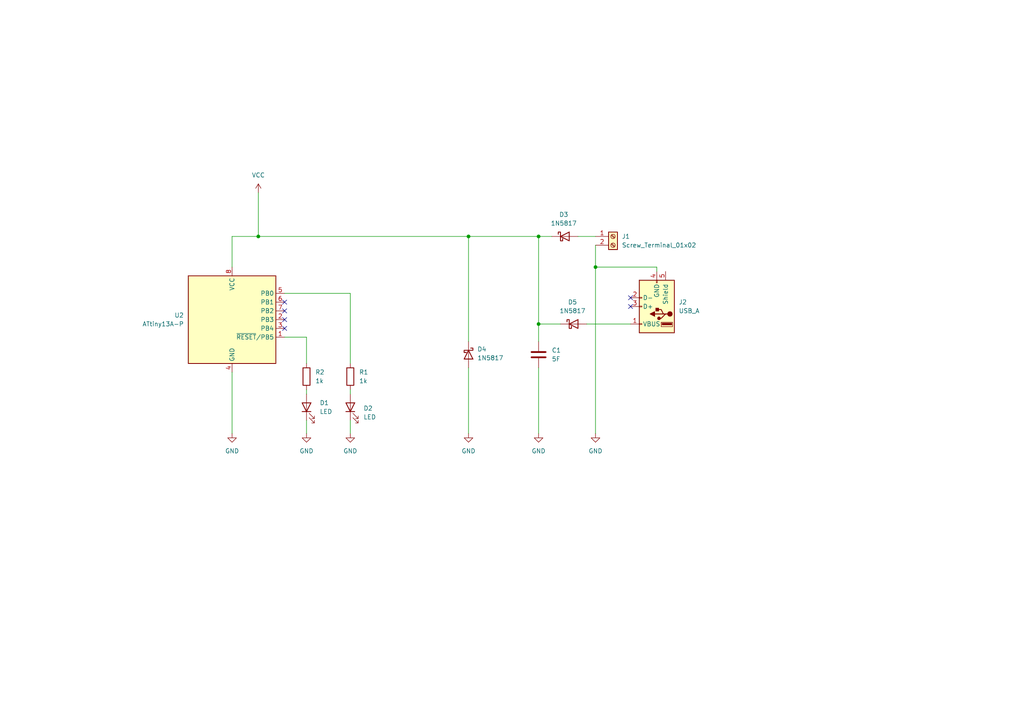
<source format=kicad_sch>
(kicad_sch (version 20230121) (generator eeschema)

  (uuid d36843e3-d454-4478-9a0f-7222db710772)

  (paper "A4")

  (lib_symbols
    (symbol "Connector:Screw_Terminal_01x02" (pin_names (offset 1.016) hide) (in_bom yes) (on_board yes)
      (property "Reference" "J" (at 0 2.54 0)
        (effects (font (size 1.27 1.27)))
      )
      (property "Value" "Screw_Terminal_01x02" (at 0 -5.08 0)
        (effects (font (size 1.27 1.27)))
      )
      (property "Footprint" "" (at 0 0 0)
        (effects (font (size 1.27 1.27)) hide)
      )
      (property "Datasheet" "~" (at 0 0 0)
        (effects (font (size 1.27 1.27)) hide)
      )
      (property "ki_keywords" "screw terminal" (at 0 0 0)
        (effects (font (size 1.27 1.27)) hide)
      )
      (property "ki_description" "Generic screw terminal, single row, 01x02, script generated (kicad-library-utils/schlib/autogen/connector/)" (at 0 0 0)
        (effects (font (size 1.27 1.27)) hide)
      )
      (property "ki_fp_filters" "TerminalBlock*:*" (at 0 0 0)
        (effects (font (size 1.27 1.27)) hide)
      )
      (symbol "Screw_Terminal_01x02_1_1"
        (rectangle (start -1.27 1.27) (end 1.27 -3.81)
          (stroke (width 0.254) (type default))
          (fill (type background))
        )
        (circle (center 0 -2.54) (radius 0.635)
          (stroke (width 0.1524) (type default))
          (fill (type none))
        )
        (polyline
          (pts
            (xy -0.5334 -2.2098)
            (xy 0.3302 -3.048)
          )
          (stroke (width 0.1524) (type default))
          (fill (type none))
        )
        (polyline
          (pts
            (xy -0.5334 0.3302)
            (xy 0.3302 -0.508)
          )
          (stroke (width 0.1524) (type default))
          (fill (type none))
        )
        (polyline
          (pts
            (xy -0.3556 -2.032)
            (xy 0.508 -2.8702)
          )
          (stroke (width 0.1524) (type default))
          (fill (type none))
        )
        (polyline
          (pts
            (xy -0.3556 0.508)
            (xy 0.508 -0.3302)
          )
          (stroke (width 0.1524) (type default))
          (fill (type none))
        )
        (circle (center 0 0) (radius 0.635)
          (stroke (width 0.1524) (type default))
          (fill (type none))
        )
        (pin passive line (at -5.08 0 0) (length 3.81)
          (name "Pin_1" (effects (font (size 1.27 1.27))))
          (number "1" (effects (font (size 1.27 1.27))))
        )
        (pin passive line (at -5.08 -2.54 0) (length 3.81)
          (name "Pin_2" (effects (font (size 1.27 1.27))))
          (number "2" (effects (font (size 1.27 1.27))))
        )
      )
    )
    (symbol "Connector:USB_A" (pin_names (offset 1.016)) (in_bom yes) (on_board yes)
      (property "Reference" "J" (at -5.08 11.43 0)
        (effects (font (size 1.27 1.27)) (justify left))
      )
      (property "Value" "USB_A" (at -5.08 8.89 0)
        (effects (font (size 1.27 1.27)) (justify left))
      )
      (property "Footprint" "" (at 3.81 -1.27 0)
        (effects (font (size 1.27 1.27)) hide)
      )
      (property "Datasheet" " ~" (at 3.81 -1.27 0)
        (effects (font (size 1.27 1.27)) hide)
      )
      (property "ki_keywords" "connector USB" (at 0 0 0)
        (effects (font (size 1.27 1.27)) hide)
      )
      (property "ki_description" "USB Type A connector" (at 0 0 0)
        (effects (font (size 1.27 1.27)) hide)
      )
      (property "ki_fp_filters" "USB*" (at 0 0 0)
        (effects (font (size 1.27 1.27)) hide)
      )
      (symbol "USB_A_0_1"
        (rectangle (start -5.08 -7.62) (end 5.08 7.62)
          (stroke (width 0.254) (type default))
          (fill (type background))
        )
        (circle (center -3.81 2.159) (radius 0.635)
          (stroke (width 0.254) (type default))
          (fill (type outline))
        )
        (rectangle (start -1.524 4.826) (end -4.318 5.334)
          (stroke (width 0) (type default))
          (fill (type outline))
        )
        (rectangle (start -1.27 4.572) (end -4.572 5.842)
          (stroke (width 0) (type default))
          (fill (type none))
        )
        (circle (center -0.635 3.429) (radius 0.381)
          (stroke (width 0.254) (type default))
          (fill (type outline))
        )
        (rectangle (start -0.127 -7.62) (end 0.127 -6.858)
          (stroke (width 0) (type default))
          (fill (type none))
        )
        (polyline
          (pts
            (xy -3.175 2.159)
            (xy -2.54 2.159)
            (xy -1.27 3.429)
            (xy -0.635 3.429)
          )
          (stroke (width 0.254) (type default))
          (fill (type none))
        )
        (polyline
          (pts
            (xy -2.54 2.159)
            (xy -1.905 2.159)
            (xy -1.27 0.889)
            (xy 0 0.889)
          )
          (stroke (width 0.254) (type default))
          (fill (type none))
        )
        (polyline
          (pts
            (xy 0.635 2.794)
            (xy 0.635 1.524)
            (xy 1.905 2.159)
            (xy 0.635 2.794)
          )
          (stroke (width 0.254) (type default))
          (fill (type outline))
        )
        (rectangle (start 0.254 1.27) (end -0.508 0.508)
          (stroke (width 0.254) (type default))
          (fill (type outline))
        )
        (rectangle (start 5.08 -2.667) (end 4.318 -2.413)
          (stroke (width 0) (type default))
          (fill (type none))
        )
        (rectangle (start 5.08 -0.127) (end 4.318 0.127)
          (stroke (width 0) (type default))
          (fill (type none))
        )
        (rectangle (start 5.08 4.953) (end 4.318 5.207)
          (stroke (width 0) (type default))
          (fill (type none))
        )
      )
      (symbol "USB_A_1_1"
        (polyline
          (pts
            (xy -1.905 2.159)
            (xy 0.635 2.159)
          )
          (stroke (width 0.254) (type default))
          (fill (type none))
        )
        (pin power_in line (at 7.62 5.08 180) (length 2.54)
          (name "VBUS" (effects (font (size 1.27 1.27))))
          (number "1" (effects (font (size 1.27 1.27))))
        )
        (pin bidirectional line (at 7.62 -2.54 180) (length 2.54)
          (name "D-" (effects (font (size 1.27 1.27))))
          (number "2" (effects (font (size 1.27 1.27))))
        )
        (pin bidirectional line (at 7.62 0 180) (length 2.54)
          (name "D+" (effects (font (size 1.27 1.27))))
          (number "3" (effects (font (size 1.27 1.27))))
        )
        (pin power_in line (at 0 -10.16 90) (length 2.54)
          (name "GND" (effects (font (size 1.27 1.27))))
          (number "4" (effects (font (size 1.27 1.27))))
        )
        (pin passive line (at -2.54 -10.16 90) (length 2.54)
          (name "Shield" (effects (font (size 1.27 1.27))))
          (number "5" (effects (font (size 1.27 1.27))))
        )
      )
    )
    (symbol "Device:C" (pin_numbers hide) (pin_names (offset 0.254)) (in_bom yes) (on_board yes)
      (property "Reference" "C" (at 0.635 2.54 0)
        (effects (font (size 1.27 1.27)) (justify left))
      )
      (property "Value" "C" (at 0.635 -2.54 0)
        (effects (font (size 1.27 1.27)) (justify left))
      )
      (property "Footprint" "" (at 0.9652 -3.81 0)
        (effects (font (size 1.27 1.27)) hide)
      )
      (property "Datasheet" "~" (at 0 0 0)
        (effects (font (size 1.27 1.27)) hide)
      )
      (property "ki_keywords" "cap capacitor" (at 0 0 0)
        (effects (font (size 1.27 1.27)) hide)
      )
      (property "ki_description" "Unpolarized capacitor" (at 0 0 0)
        (effects (font (size 1.27 1.27)) hide)
      )
      (property "ki_fp_filters" "C_*" (at 0 0 0)
        (effects (font (size 1.27 1.27)) hide)
      )
      (symbol "C_0_1"
        (polyline
          (pts
            (xy -2.032 -0.762)
            (xy 2.032 -0.762)
          )
          (stroke (width 0.508) (type default))
          (fill (type none))
        )
        (polyline
          (pts
            (xy -2.032 0.762)
            (xy 2.032 0.762)
          )
          (stroke (width 0.508) (type default))
          (fill (type none))
        )
      )
      (symbol "C_1_1"
        (pin passive line (at 0 3.81 270) (length 2.794)
          (name "~" (effects (font (size 1.27 1.27))))
          (number "1" (effects (font (size 1.27 1.27))))
        )
        (pin passive line (at 0 -3.81 90) (length 2.794)
          (name "~" (effects (font (size 1.27 1.27))))
          (number "2" (effects (font (size 1.27 1.27))))
        )
      )
    )
    (symbol "Device:LED" (pin_numbers hide) (pin_names (offset 1.016) hide) (in_bom yes) (on_board yes)
      (property "Reference" "D" (at 0 2.54 0)
        (effects (font (size 1.27 1.27)))
      )
      (property "Value" "LED" (at 0 -2.54 0)
        (effects (font (size 1.27 1.27)))
      )
      (property "Footprint" "" (at 0 0 0)
        (effects (font (size 1.27 1.27)) hide)
      )
      (property "Datasheet" "~" (at 0 0 0)
        (effects (font (size 1.27 1.27)) hide)
      )
      (property "ki_keywords" "LED diode" (at 0 0 0)
        (effects (font (size 1.27 1.27)) hide)
      )
      (property "ki_description" "Light emitting diode" (at 0 0 0)
        (effects (font (size 1.27 1.27)) hide)
      )
      (property "ki_fp_filters" "LED* LED_SMD:* LED_THT:*" (at 0 0 0)
        (effects (font (size 1.27 1.27)) hide)
      )
      (symbol "LED_0_1"
        (polyline
          (pts
            (xy -1.27 -1.27)
            (xy -1.27 1.27)
          )
          (stroke (width 0.254) (type default))
          (fill (type none))
        )
        (polyline
          (pts
            (xy -1.27 0)
            (xy 1.27 0)
          )
          (stroke (width 0) (type default))
          (fill (type none))
        )
        (polyline
          (pts
            (xy 1.27 -1.27)
            (xy 1.27 1.27)
            (xy -1.27 0)
            (xy 1.27 -1.27)
          )
          (stroke (width 0.254) (type default))
          (fill (type none))
        )
        (polyline
          (pts
            (xy -3.048 -0.762)
            (xy -4.572 -2.286)
            (xy -3.81 -2.286)
            (xy -4.572 -2.286)
            (xy -4.572 -1.524)
          )
          (stroke (width 0) (type default))
          (fill (type none))
        )
        (polyline
          (pts
            (xy -1.778 -0.762)
            (xy -3.302 -2.286)
            (xy -2.54 -2.286)
            (xy -3.302 -2.286)
            (xy -3.302 -1.524)
          )
          (stroke (width 0) (type default))
          (fill (type none))
        )
      )
      (symbol "LED_1_1"
        (pin passive line (at -3.81 0 0) (length 2.54)
          (name "K" (effects (font (size 1.27 1.27))))
          (number "1" (effects (font (size 1.27 1.27))))
        )
        (pin passive line (at 3.81 0 180) (length 2.54)
          (name "A" (effects (font (size 1.27 1.27))))
          (number "2" (effects (font (size 1.27 1.27))))
        )
      )
    )
    (symbol "Device:R" (pin_numbers hide) (pin_names (offset 0)) (in_bom yes) (on_board yes)
      (property "Reference" "R" (at 2.032 0 90)
        (effects (font (size 1.27 1.27)))
      )
      (property "Value" "R" (at 0 0 90)
        (effects (font (size 1.27 1.27)))
      )
      (property "Footprint" "" (at -1.778 0 90)
        (effects (font (size 1.27 1.27)) hide)
      )
      (property "Datasheet" "~" (at 0 0 0)
        (effects (font (size 1.27 1.27)) hide)
      )
      (property "ki_keywords" "R res resistor" (at 0 0 0)
        (effects (font (size 1.27 1.27)) hide)
      )
      (property "ki_description" "Resistor" (at 0 0 0)
        (effects (font (size 1.27 1.27)) hide)
      )
      (property "ki_fp_filters" "R_*" (at 0 0 0)
        (effects (font (size 1.27 1.27)) hide)
      )
      (symbol "R_0_1"
        (rectangle (start -1.016 -2.54) (end 1.016 2.54)
          (stroke (width 0.254) (type default))
          (fill (type none))
        )
      )
      (symbol "R_1_1"
        (pin passive line (at 0 3.81 270) (length 1.27)
          (name "~" (effects (font (size 1.27 1.27))))
          (number "1" (effects (font (size 1.27 1.27))))
        )
        (pin passive line (at 0 -3.81 90) (length 1.27)
          (name "~" (effects (font (size 1.27 1.27))))
          (number "2" (effects (font (size 1.27 1.27))))
        )
      )
    )
    (symbol "Diode:1N5817" (pin_numbers hide) (pin_names (offset 1.016) hide) (in_bom yes) (on_board yes)
      (property "Reference" "D" (at 0 2.54 0)
        (effects (font (size 1.27 1.27)))
      )
      (property "Value" "1N5817" (at 0 -2.54 0)
        (effects (font (size 1.27 1.27)))
      )
      (property "Footprint" "Diode_THT:D_DO-41_SOD81_P10.16mm_Horizontal" (at 0 -4.445 0)
        (effects (font (size 1.27 1.27)) hide)
      )
      (property "Datasheet" "http://www.vishay.com/docs/88525/1n5817.pdf" (at 0 0 0)
        (effects (font (size 1.27 1.27)) hide)
      )
      (property "ki_keywords" "diode Schottky" (at 0 0 0)
        (effects (font (size 1.27 1.27)) hide)
      )
      (property "ki_description" "20V 1A Schottky Barrier Rectifier Diode, DO-41" (at 0 0 0)
        (effects (font (size 1.27 1.27)) hide)
      )
      (property "ki_fp_filters" "D*DO?41*" (at 0 0 0)
        (effects (font (size 1.27 1.27)) hide)
      )
      (symbol "1N5817_0_1"
        (polyline
          (pts
            (xy 1.27 0)
            (xy -1.27 0)
          )
          (stroke (width 0) (type default))
          (fill (type none))
        )
        (polyline
          (pts
            (xy 1.27 1.27)
            (xy 1.27 -1.27)
            (xy -1.27 0)
            (xy 1.27 1.27)
          )
          (stroke (width 0.254) (type default))
          (fill (type none))
        )
        (polyline
          (pts
            (xy -1.905 0.635)
            (xy -1.905 1.27)
            (xy -1.27 1.27)
            (xy -1.27 -1.27)
            (xy -0.635 -1.27)
            (xy -0.635 -0.635)
          )
          (stroke (width 0.254) (type default))
          (fill (type none))
        )
      )
      (symbol "1N5817_1_1"
        (pin passive line (at -3.81 0 0) (length 2.54)
          (name "K" (effects (font (size 1.27 1.27))))
          (number "1" (effects (font (size 1.27 1.27))))
        )
        (pin passive line (at 3.81 0 180) (length 2.54)
          (name "A" (effects (font (size 1.27 1.27))))
          (number "2" (effects (font (size 1.27 1.27))))
        )
      )
    )
    (symbol "MCU_Microchip_ATtiny:ATtiny13A-P" (in_bom yes) (on_board yes)
      (property "Reference" "U" (at -12.7 13.97 0)
        (effects (font (size 1.27 1.27)) (justify left bottom))
      )
      (property "Value" "ATtiny13A-P" (at 2.54 -13.97 0)
        (effects (font (size 1.27 1.27)) (justify left top))
      )
      (property "Footprint" "Package_DIP:DIP-8_W7.62mm" (at 0 0 0)
        (effects (font (size 1.27 1.27) italic) hide)
      )
      (property "Datasheet" "http://ww1.microchip.com/downloads/en/DeviceDoc/doc8126.pdf" (at 0 0 0)
        (effects (font (size 1.27 1.27)) hide)
      )
      (property "ki_keywords" "AVR 8bit Microcontroller tinyAVR" (at 0 0 0)
        (effects (font (size 1.27 1.27)) hide)
      )
      (property "ki_description" "20MHz, 1kB Flash, 64B SRAM, 64B EEPROM, debugWIRE, DIP-8" (at 0 0 0)
        (effects (font (size 1.27 1.27)) hide)
      )
      (property "ki_fp_filters" "DIP*W7.62mm*" (at 0 0 0)
        (effects (font (size 1.27 1.27)) hide)
      )
      (symbol "ATtiny13A-P_0_1"
        (rectangle (start -12.7 -12.7) (end 12.7 12.7)
          (stroke (width 0.254) (type default))
          (fill (type background))
        )
      )
      (symbol "ATtiny13A-P_1_1"
        (pin bidirectional line (at 15.24 -5.08 180) (length 2.54)
          (name "~{RESET}/PB5" (effects (font (size 1.27 1.27))))
          (number "1" (effects (font (size 1.27 1.27))))
        )
        (pin bidirectional line (at 15.24 0 180) (length 2.54)
          (name "PB3" (effects (font (size 1.27 1.27))))
          (number "2" (effects (font (size 1.27 1.27))))
        )
        (pin bidirectional line (at 15.24 -2.54 180) (length 2.54)
          (name "PB4" (effects (font (size 1.27 1.27))))
          (number "3" (effects (font (size 1.27 1.27))))
        )
        (pin power_in line (at 0 -15.24 90) (length 2.54)
          (name "GND" (effects (font (size 1.27 1.27))))
          (number "4" (effects (font (size 1.27 1.27))))
        )
        (pin bidirectional line (at 15.24 7.62 180) (length 2.54)
          (name "PB0" (effects (font (size 1.27 1.27))))
          (number "5" (effects (font (size 1.27 1.27))))
        )
        (pin bidirectional line (at 15.24 5.08 180) (length 2.54)
          (name "PB1" (effects (font (size 1.27 1.27))))
          (number "6" (effects (font (size 1.27 1.27))))
        )
        (pin bidirectional line (at 15.24 2.54 180) (length 2.54)
          (name "PB2" (effects (font (size 1.27 1.27))))
          (number "7" (effects (font (size 1.27 1.27))))
        )
        (pin power_in line (at 0 15.24 270) (length 2.54)
          (name "VCC" (effects (font (size 1.27 1.27))))
          (number "8" (effects (font (size 1.27 1.27))))
        )
      )
    )
    (symbol "power:GND" (power) (pin_names (offset 0)) (in_bom yes) (on_board yes)
      (property "Reference" "#PWR" (at 0 -6.35 0)
        (effects (font (size 1.27 1.27)) hide)
      )
      (property "Value" "GND" (at 0 -3.81 0)
        (effects (font (size 1.27 1.27)))
      )
      (property "Footprint" "" (at 0 0 0)
        (effects (font (size 1.27 1.27)) hide)
      )
      (property "Datasheet" "" (at 0 0 0)
        (effects (font (size 1.27 1.27)) hide)
      )
      (property "ki_keywords" "global power" (at 0 0 0)
        (effects (font (size 1.27 1.27)) hide)
      )
      (property "ki_description" "Power symbol creates a global label with name \"GND\" , ground" (at 0 0 0)
        (effects (font (size 1.27 1.27)) hide)
      )
      (symbol "GND_0_1"
        (polyline
          (pts
            (xy 0 0)
            (xy 0 -1.27)
            (xy 1.27 -1.27)
            (xy 0 -2.54)
            (xy -1.27 -1.27)
            (xy 0 -1.27)
          )
          (stroke (width 0) (type default))
          (fill (type none))
        )
      )
      (symbol "GND_1_1"
        (pin power_in line (at 0 0 270) (length 0) hide
          (name "GND" (effects (font (size 1.27 1.27))))
          (number "1" (effects (font (size 1.27 1.27))))
        )
      )
    )
    (symbol "power:VCC" (power) (pin_names (offset 0)) (in_bom yes) (on_board yes)
      (property "Reference" "#PWR" (at 0 -3.81 0)
        (effects (font (size 1.27 1.27)) hide)
      )
      (property "Value" "VCC" (at 0 3.81 0)
        (effects (font (size 1.27 1.27)))
      )
      (property "Footprint" "" (at 0 0 0)
        (effects (font (size 1.27 1.27)) hide)
      )
      (property "Datasheet" "" (at 0 0 0)
        (effects (font (size 1.27 1.27)) hide)
      )
      (property "ki_keywords" "global power" (at 0 0 0)
        (effects (font (size 1.27 1.27)) hide)
      )
      (property "ki_description" "Power symbol creates a global label with name \"VCC\"" (at 0 0 0)
        (effects (font (size 1.27 1.27)) hide)
      )
      (symbol "VCC_0_1"
        (polyline
          (pts
            (xy -0.762 1.27)
            (xy 0 2.54)
          )
          (stroke (width 0) (type default))
          (fill (type none))
        )
        (polyline
          (pts
            (xy 0 0)
            (xy 0 2.54)
          )
          (stroke (width 0) (type default))
          (fill (type none))
        )
        (polyline
          (pts
            (xy 0 2.54)
            (xy 0.762 1.27)
          )
          (stroke (width 0) (type default))
          (fill (type none))
        )
      )
      (symbol "VCC_1_1"
        (pin power_in line (at 0 0 90) (length 0) hide
          (name "VCC" (effects (font (size 1.27 1.27))))
          (number "1" (effects (font (size 1.27 1.27))))
        )
      )
    )
  )

  (junction (at 74.93 68.58) (diameter 0) (color 0 0 0 0)
    (uuid 61d3286c-12b7-4759-ae7b-e596f66749c7)
  )
  (junction (at 135.89 68.58) (diameter 0) (color 0 0 0 0)
    (uuid 87cc268c-808b-43df-8216-3bd236ac428f)
  )
  (junction (at 156.21 68.58) (diameter 0) (color 0 0 0 0)
    (uuid 974bddec-17e9-4f4c-9543-f61d315212e4)
  )
  (junction (at 156.21 93.98) (diameter 0) (color 0 0 0 0)
    (uuid a8c2a4a1-b167-430f-87f6-3867cf2c4fb1)
  )
  (junction (at 172.72 77.47) (diameter 0) (color 0 0 0 0)
    (uuid da435af8-d3b5-497b-9090-368c2e1b9e80)
  )

  (no_connect (at 82.55 95.25) (uuid 0179c5fe-86b4-4fcd-8d67-ad42fb55ba2e))
  (no_connect (at 182.88 88.9) (uuid 12740b3d-203b-4760-825a-567ab44c5d65))
  (no_connect (at 82.55 92.71) (uuid 3355c85d-e266-4a84-9f78-7edd055ab761))
  (no_connect (at 182.88 86.36) (uuid 3c465400-14b1-4223-ab56-9e2e0ff6b8c5))
  (no_connect (at 82.55 90.17) (uuid 7d93ccd0-eea0-4d69-af71-bcf510000859))
  (no_connect (at 82.55 87.63) (uuid e7d39370-de00-4e30-a147-0a7c29697b61))

  (wire (pts (xy 74.93 55.88) (xy 74.93 68.58))
    (stroke (width 0) (type default))
    (uuid 01755548-5853-4c8c-899d-c762d6ae5af1)
  )
  (wire (pts (xy 167.64 68.58) (xy 172.72 68.58))
    (stroke (width 0) (type default))
    (uuid 0933ab22-7948-4b5b-a85d-e1ba6a19fdad)
  )
  (wire (pts (xy 67.31 68.58) (xy 67.31 77.47))
    (stroke (width 0) (type default))
    (uuid 0be14b74-1fca-4665-bb7f-62d67d76c4ef)
  )
  (wire (pts (xy 82.55 97.79) (xy 88.9 97.79))
    (stroke (width 0) (type default))
    (uuid 0ca7161f-e59c-42ce-bc38-84be26ad7388)
  )
  (wire (pts (xy 190.5 78.74) (xy 190.5 77.47))
    (stroke (width 0) (type default))
    (uuid 10223a13-0256-4235-b839-ff7f0dbeb6de)
  )
  (wire (pts (xy 160.02 68.58) (xy 156.21 68.58))
    (stroke (width 0) (type default))
    (uuid 10abb53d-ac71-4cbb-bfc3-d2d4cb8c948f)
  )
  (wire (pts (xy 88.9 97.79) (xy 88.9 105.41))
    (stroke (width 0) (type default))
    (uuid 113832e0-d871-459c-a6fb-dbe33805df85)
  )
  (wire (pts (xy 156.21 68.58) (xy 156.21 93.98))
    (stroke (width 0) (type default))
    (uuid 1fa5ad59-bc33-42ec-9389-aa90b2c4feba)
  )
  (wire (pts (xy 101.6 121.92) (xy 101.6 125.73))
    (stroke (width 0) (type default))
    (uuid 2533fb00-9aff-4347-8691-5d186dea8bf1)
  )
  (wire (pts (xy 190.5 77.47) (xy 172.72 77.47))
    (stroke (width 0) (type default))
    (uuid 28db57f7-3992-407f-a011-78143dd8225e)
  )
  (wire (pts (xy 135.89 106.68) (xy 135.89 125.73))
    (stroke (width 0) (type default))
    (uuid 4c6dfb25-0e21-43c8-a655-572933af58de)
  )
  (wire (pts (xy 135.89 68.58) (xy 135.89 99.06))
    (stroke (width 0) (type default))
    (uuid 4faf9fc7-7697-420c-87aa-4343b6cb6051)
  )
  (wire (pts (xy 101.6 113.03) (xy 101.6 114.3))
    (stroke (width 0) (type default))
    (uuid 5aa7f1a5-caee-429a-aaed-6d0b0737e533)
  )
  (wire (pts (xy 101.6 105.41) (xy 101.6 85.09))
    (stroke (width 0) (type default))
    (uuid 74c05fa6-876b-42ee-bcb8-06b9cadb4956)
  )
  (wire (pts (xy 172.72 71.12) (xy 172.72 77.47))
    (stroke (width 0) (type default))
    (uuid 7bf0f607-6143-4053-bee5-07351a6a4c04)
  )
  (wire (pts (xy 170.18 93.98) (xy 182.88 93.98))
    (stroke (width 0) (type default))
    (uuid 8e26af5c-c56d-4b30-afb9-9af2cb68f28d)
  )
  (wire (pts (xy 101.6 85.09) (xy 82.55 85.09))
    (stroke (width 0) (type default))
    (uuid 8f014919-db05-448f-ae23-1fd95e163d5d)
  )
  (wire (pts (xy 172.72 77.47) (xy 172.72 125.73))
    (stroke (width 0) (type default))
    (uuid 9932273b-fdf3-48d9-ba6b-624c50f8a70f)
  )
  (wire (pts (xy 156.21 93.98) (xy 162.56 93.98))
    (stroke (width 0) (type default))
    (uuid 9df47f0c-f443-4316-b50b-19fc3a44ec95)
  )
  (wire (pts (xy 156.21 106.68) (xy 156.21 125.73))
    (stroke (width 0) (type default))
    (uuid a3588ca5-c483-498e-9e1f-a1621d8acf44)
  )
  (wire (pts (xy 88.9 121.92) (xy 88.9 125.73))
    (stroke (width 0) (type default))
    (uuid a5ae3ae1-2cbf-4bcf-b719-6037ee2a5a9f)
  )
  (wire (pts (xy 156.21 93.98) (xy 156.21 99.06))
    (stroke (width 0) (type default))
    (uuid a5f36dae-1c35-47a4-9f4b-fe9fba474696)
  )
  (wire (pts (xy 156.21 68.58) (xy 135.89 68.58))
    (stroke (width 0) (type default))
    (uuid b6e82538-f0e5-45c3-81ae-eabdafb031f2)
  )
  (wire (pts (xy 88.9 113.03) (xy 88.9 114.3))
    (stroke (width 0) (type default))
    (uuid cbd4f98d-e922-4621-9ece-e662ae7277c7)
  )
  (wire (pts (xy 67.31 107.95) (xy 67.31 125.73))
    (stroke (width 0) (type default))
    (uuid ce4d5f96-f61f-419c-a27c-26eeee1c49de)
  )
  (wire (pts (xy 135.89 68.58) (xy 74.93 68.58))
    (stroke (width 0) (type default))
    (uuid eff65e8e-ff19-499d-b849-865c2e5bebe5)
  )
  (wire (pts (xy 74.93 68.58) (xy 67.31 68.58))
    (stroke (width 0) (type default))
    (uuid f61c56df-1e3e-40db-8bf9-36756997cb89)
  )

  (symbol (lib_id "power:GND") (at 88.9 125.73 0) (unit 1)
    (in_bom yes) (on_board yes) (dnp no) (fields_autoplaced)
    (uuid 16ebf8d6-ffac-4f9c-8716-6decb0c988f7)
    (property "Reference" "#PWR04" (at 88.9 132.08 0)
      (effects (font (size 1.27 1.27)) hide)
    )
    (property "Value" "GND" (at 88.9 130.81 0)
      (effects (font (size 1.27 1.27)))
    )
    (property "Footprint" "" (at 88.9 125.73 0)
      (effects (font (size 1.27 1.27)) hide)
    )
    (property "Datasheet" "" (at 88.9 125.73 0)
      (effects (font (size 1.27 1.27)) hide)
    )
    (pin "1" (uuid 51f0f3a2-c8b3-44ff-897f-499e5e0c6d68))
    (instances
      (project "Supercapacitor_V0"
        (path "/d36843e3-d454-4478-9a0f-7222db710772"
          (reference "#PWR04") (unit 1)
        )
      )
    )
  )

  (symbol (lib_id "Device:R") (at 88.9 109.22 0) (unit 1)
    (in_bom yes) (on_board yes) (dnp no) (fields_autoplaced)
    (uuid 1993184b-5f7d-437a-be1c-8f8bd6b3d3e1)
    (property "Reference" "R2" (at 91.44 107.95 0)
      (effects (font (size 1.27 1.27)) (justify left))
    )
    (property "Value" "1k" (at 91.44 110.49 0)
      (effects (font (size 1.27 1.27)) (justify left))
    )
    (property "Footprint" "Resistor_THT:R_Axial_DIN0204_L3.6mm_D1.6mm_P5.08mm_Horizontal" (at 87.122 109.22 90)
      (effects (font (size 1.27 1.27)) hide)
    )
    (property "Datasheet" "~" (at 88.9 109.22 0)
      (effects (font (size 1.27 1.27)) hide)
    )
    (pin "1" (uuid 18fb99d2-138b-415e-b124-2b3335a90ff8))
    (pin "2" (uuid fe396868-eb21-46c7-8715-6efe11dbf7a7))
    (instances
      (project "Supercapacitor_V0"
        (path "/d36843e3-d454-4478-9a0f-7222db710772"
          (reference "R2") (unit 1)
        )
      )
    )
  )

  (symbol (lib_id "Device:C") (at 156.21 102.87 0) (unit 1)
    (in_bom yes) (on_board yes) (dnp no) (fields_autoplaced)
    (uuid 339a5d84-8acf-4300-8df8-3d445faaf25b)
    (property "Reference" "C1" (at 160.02 101.6 0)
      (effects (font (size 1.27 1.27)) (justify left))
    )
    (property "Value" "5F" (at 160.02 104.14 0)
      (effects (font (size 1.27 1.27)) (justify left))
    )
    (property "Footprint" "Capacitor_THT:C_Radial_D8.0mm_H11.5mm_P3.50mm" (at 157.1752 106.68 0)
      (effects (font (size 1.27 1.27)) hide)
    )
    (property "Datasheet" "~" (at 156.21 102.87 0)
      (effects (font (size 1.27 1.27)) hide)
    )
    (pin "1" (uuid 3f3e0cf3-9b47-4c91-bd3d-22d468f17795))
    (pin "2" (uuid 13bcf894-f42b-44cb-a239-eedfc286707f))
    (instances
      (project "Supercapacitor_V0"
        (path "/d36843e3-d454-4478-9a0f-7222db710772"
          (reference "C1") (unit 1)
        )
      )
    )
  )

  (symbol (lib_id "power:GND") (at 67.31 125.73 0) (unit 1)
    (in_bom yes) (on_board yes) (dnp no) (fields_autoplaced)
    (uuid 46bcdecf-33a5-4b83-83b1-eee2e5673667)
    (property "Reference" "#PWR02" (at 67.31 132.08 0)
      (effects (font (size 1.27 1.27)) hide)
    )
    (property "Value" "GND" (at 67.31 130.81 0)
      (effects (font (size 1.27 1.27)))
    )
    (property "Footprint" "" (at 67.31 125.73 0)
      (effects (font (size 1.27 1.27)) hide)
    )
    (property "Datasheet" "" (at 67.31 125.73 0)
      (effects (font (size 1.27 1.27)) hide)
    )
    (pin "1" (uuid 96b335c4-a670-4eb6-a18f-198b8e3124c4))
    (instances
      (project "Supercapacitor_V0"
        (path "/d36843e3-d454-4478-9a0f-7222db710772"
          (reference "#PWR02") (unit 1)
        )
      )
    )
  )

  (symbol (lib_id "Connector:USB_A") (at 190.5 88.9 180) (unit 1)
    (in_bom yes) (on_board yes) (dnp no) (fields_autoplaced)
    (uuid 48dc990a-9f00-4fc8-baff-df64f480a08d)
    (property "Reference" "J2" (at 196.85 87.63 0)
      (effects (font (size 1.27 1.27)) (justify right))
    )
    (property "Value" "USB_A" (at 196.85 90.17 0)
      (effects (font (size 1.27 1.27)) (justify right))
    )
    (property "Footprint" "Connector_USB:USB_A_Molex_105057_Vertical" (at 186.69 87.63 0)
      (effects (font (size 1.27 1.27)) hide)
    )
    (property "Datasheet" "https://www.molex.com/pdm_docs/ps/PS-105057-001.pdf" (at 186.69 87.63 0)
      (effects (font (size 1.27 1.27)) hide)
    )
    (pin "1" (uuid 5c07c0bb-db64-4cc3-80cb-308019bbbab5))
    (pin "2" (uuid d8e978ae-6c01-4899-9ed3-c39962ffd91d))
    (pin "3" (uuid 0b54a179-684d-498a-bbeb-5ddc0792dc02))
    (pin "4" (uuid e40426a8-5646-45ad-8ae8-7f03ce683333))
    (pin "5" (uuid c6c67190-209d-4803-99e2-745ae1d6cad6))
    (instances
      (project "Supercapacitor_V0"
        (path "/d36843e3-d454-4478-9a0f-7222db710772"
          (reference "J2") (unit 1)
        )
      )
    )
  )

  (symbol (lib_id "MCU_Microchip_ATtiny:ATtiny13A-P") (at 67.31 92.71 0) (unit 1)
    (in_bom yes) (on_board yes) (dnp no) (fields_autoplaced)
    (uuid 4d81ca4c-452c-4bcc-aedd-bd1d152ebb87)
    (property "Reference" "U2" (at 53.34 91.44 0)
      (effects (font (size 1.27 1.27)) (justify right))
    )
    (property "Value" "ATtiny13A-P" (at 53.34 93.98 0)
      (effects (font (size 1.27 1.27)) (justify right))
    )
    (property "Footprint" "Package_DIP:DIP-8_W7.62mm" (at 67.31 92.71 0)
      (effects (font (size 1.27 1.27) italic) hide)
    )
    (property "Datasheet" "http://ww1.microchip.com/downloads/en/DeviceDoc/doc8126.pdf" (at 67.31 92.71 0)
      (effects (font (size 1.27 1.27)) hide)
    )
    (pin "1" (uuid 63d0a430-4ac0-4735-ae7a-d20c07895f36))
    (pin "2" (uuid 3bef51fa-f90f-4312-9ee5-2257389e8cba))
    (pin "3" (uuid 9e852d67-9fc0-4d07-9de9-d5b98b25bfc3))
    (pin "4" (uuid b70563d2-46b9-4619-ada9-0789dd5c6845))
    (pin "5" (uuid b8033c4c-4e13-433d-bed7-e6d16296969c))
    (pin "6" (uuid 9ce7ffe2-06a7-4bbd-bab7-9fd349ba16ec))
    (pin "7" (uuid 2591c7be-a810-461b-8abd-ac8a402349a5))
    (pin "8" (uuid f83b1b99-4788-4515-b1a4-7ac746ccd988))
    (instances
      (project "Supercapacitor_V0"
        (path "/d36843e3-d454-4478-9a0f-7222db710772"
          (reference "U2") (unit 1)
        )
      )
    )
  )

  (symbol (lib_id "Diode:1N5817") (at 135.89 102.87 270) (unit 1)
    (in_bom yes) (on_board yes) (dnp no) (fields_autoplaced)
    (uuid 55ebebba-9f8f-4709-9477-d5f4ae4e8537)
    (property "Reference" "D4" (at 138.43 101.2825 90)
      (effects (font (size 1.27 1.27)) (justify left))
    )
    (property "Value" "1N5817" (at 138.43 103.8225 90)
      (effects (font (size 1.27 1.27)) (justify left))
    )
    (property "Footprint" "Diode_THT:D_DO-41_SOD81_P10.16mm_Horizontal" (at 131.445 102.87 0)
      (effects (font (size 1.27 1.27)) hide)
    )
    (property "Datasheet" "http://www.vishay.com/docs/88525/1n5817.pdf" (at 135.89 102.87 0)
      (effects (font (size 1.27 1.27)) hide)
    )
    (pin "1" (uuid 03be56ec-c980-4e46-9618-1eda8a986f0c))
    (pin "2" (uuid af5a7e05-1890-42e0-af9d-9d8055407041))
    (instances
      (project "Supercapacitor_V0"
        (path "/d36843e3-d454-4478-9a0f-7222db710772"
          (reference "D4") (unit 1)
        )
      )
    )
  )

  (symbol (lib_id "Device:R") (at 101.6 109.22 0) (unit 1)
    (in_bom yes) (on_board yes) (dnp no) (fields_autoplaced)
    (uuid 56514552-061f-440c-b637-8f2fedb1e786)
    (property "Reference" "R1" (at 104.14 107.95 0)
      (effects (font (size 1.27 1.27)) (justify left))
    )
    (property "Value" "1k" (at 104.14 110.49 0)
      (effects (font (size 1.27 1.27)) (justify left))
    )
    (property "Footprint" "Resistor_THT:R_Axial_DIN0204_L3.6mm_D1.6mm_P5.08mm_Horizontal" (at 99.822 109.22 90)
      (effects (font (size 1.27 1.27)) hide)
    )
    (property "Datasheet" "~" (at 101.6 109.22 0)
      (effects (font (size 1.27 1.27)) hide)
    )
    (pin "1" (uuid 86dbb54c-766e-468d-812b-bdce6924fcf1))
    (pin "2" (uuid 83974688-aafe-41b4-980a-ef9cfe2d1d5a))
    (instances
      (project "Supercapacitor_V0"
        (path "/d36843e3-d454-4478-9a0f-7222db710772"
          (reference "R1") (unit 1)
        )
      )
    )
  )

  (symbol (lib_id "power:VCC") (at 74.93 55.88 0) (unit 1)
    (in_bom yes) (on_board yes) (dnp no) (fields_autoplaced)
    (uuid 98893314-b2b7-446b-b168-7b5009fb67ca)
    (property "Reference" "#PWR01" (at 74.93 59.69 0)
      (effects (font (size 1.27 1.27)) hide)
    )
    (property "Value" "VCC" (at 74.93 50.8 0)
      (effects (font (size 1.27 1.27)))
    )
    (property "Footprint" "" (at 74.93 55.88 0)
      (effects (font (size 1.27 1.27)) hide)
    )
    (property "Datasheet" "" (at 74.93 55.88 0)
      (effects (font (size 1.27 1.27)) hide)
    )
    (pin "1" (uuid ac714f0d-46c4-4ffe-9a97-5ea2b4062a82))
    (instances
      (project "Supercapacitor_V0"
        (path "/d36843e3-d454-4478-9a0f-7222db710772"
          (reference "#PWR01") (unit 1)
        )
      )
    )
  )

  (symbol (lib_id "Connector:Screw_Terminal_01x02") (at 177.8 68.58 0) (unit 1)
    (in_bom yes) (on_board yes) (dnp no) (fields_autoplaced)
    (uuid a579e4ed-0b94-4434-8355-a94a747ab889)
    (property "Reference" "J1" (at 180.34 68.58 0)
      (effects (font (size 1.27 1.27)) (justify left))
    )
    (property "Value" "Screw_Terminal_01x02" (at 180.34 71.12 0)
      (effects (font (size 1.27 1.27)) (justify left))
    )
    (property "Footprint" "Connector_Phoenix_MSTB:PhoenixContact_MSTBA_2,5_2-G_1x02_P5.00mm_Horizontal" (at 177.8 68.58 0)
      (effects (font (size 1.27 1.27)) hide)
    )
    (property "Datasheet" "~" (at 177.8 68.58 0)
      (effects (font (size 1.27 1.27)) hide)
    )
    (pin "1" (uuid 91f05ac6-64bf-4a61-85ae-763a7ac4b907))
    (pin "2" (uuid f233a387-dd65-4b73-be20-5227f97e7261))
    (instances
      (project "Supercapacitor_V0"
        (path "/d36843e3-d454-4478-9a0f-7222db710772"
          (reference "J1") (unit 1)
        )
      )
    )
  )

  (symbol (lib_id "Diode:1N5817") (at 163.83 68.58 0) (unit 1)
    (in_bom yes) (on_board yes) (dnp no) (fields_autoplaced)
    (uuid c2e015ce-b818-4ac1-8816-5c9562f659a3)
    (property "Reference" "D3" (at 163.5125 62.23 0)
      (effects (font (size 1.27 1.27)))
    )
    (property "Value" "1N5817" (at 163.5125 64.77 0)
      (effects (font (size 1.27 1.27)))
    )
    (property "Footprint" "Diode_THT:D_DO-41_SOD81_P10.16mm_Horizontal" (at 163.83 73.025 0)
      (effects (font (size 1.27 1.27)) hide)
    )
    (property "Datasheet" "http://www.vishay.com/docs/88525/1n5817.pdf" (at 163.83 68.58 0)
      (effects (font (size 1.27 1.27)) hide)
    )
    (pin "1" (uuid a3bd240e-3fc1-499e-95ad-ceec5b7f2348))
    (pin "2" (uuid 33659e26-c33d-414c-aac2-8623955d5170))
    (instances
      (project "Supercapacitor_V0"
        (path "/d36843e3-d454-4478-9a0f-7222db710772"
          (reference "D3") (unit 1)
        )
      )
    )
  )

  (symbol (lib_id "power:GND") (at 156.21 125.73 0) (unit 1)
    (in_bom yes) (on_board yes) (dnp no) (fields_autoplaced)
    (uuid c8439c17-277f-475d-b4aa-285f43fcdcfe)
    (property "Reference" "#PWR06" (at 156.21 132.08 0)
      (effects (font (size 1.27 1.27)) hide)
    )
    (property "Value" "GND" (at 156.21 130.81 0)
      (effects (font (size 1.27 1.27)))
    )
    (property "Footprint" "" (at 156.21 125.73 0)
      (effects (font (size 1.27 1.27)) hide)
    )
    (property "Datasheet" "" (at 156.21 125.73 0)
      (effects (font (size 1.27 1.27)) hide)
    )
    (pin "1" (uuid b14ff757-8fab-4d15-8344-7841be77facb))
    (instances
      (project "Supercapacitor_V0"
        (path "/d36843e3-d454-4478-9a0f-7222db710772"
          (reference "#PWR06") (unit 1)
        )
      )
    )
  )

  (symbol (lib_id "power:GND") (at 135.89 125.73 0) (unit 1)
    (in_bom yes) (on_board yes) (dnp no) (fields_autoplaced)
    (uuid ce0a6c03-40b4-4455-a83d-5aede0e35dc2)
    (property "Reference" "#PWR05" (at 135.89 132.08 0)
      (effects (font (size 1.27 1.27)) hide)
    )
    (property "Value" "GND" (at 135.89 130.81 0)
      (effects (font (size 1.27 1.27)))
    )
    (property "Footprint" "" (at 135.89 125.73 0)
      (effects (font (size 1.27 1.27)) hide)
    )
    (property "Datasheet" "" (at 135.89 125.73 0)
      (effects (font (size 1.27 1.27)) hide)
    )
    (pin "1" (uuid cc848a71-3618-4098-9447-3b812df9ffdb))
    (instances
      (project "Supercapacitor_V0"
        (path "/d36843e3-d454-4478-9a0f-7222db710772"
          (reference "#PWR05") (unit 1)
        )
      )
    )
  )

  (symbol (lib_id "Diode:1N5817") (at 166.37 93.98 0) (unit 1)
    (in_bom yes) (on_board yes) (dnp no) (fields_autoplaced)
    (uuid dcbdef6b-7854-458e-b659-6320872f553b)
    (property "Reference" "D5" (at 166.0525 87.63 0)
      (effects (font (size 1.27 1.27)))
    )
    (property "Value" "1N5817" (at 166.0525 90.17 0)
      (effects (font (size 1.27 1.27)))
    )
    (property "Footprint" "Diode_THT:D_DO-41_SOD81_P10.16mm_Horizontal" (at 166.37 98.425 0)
      (effects (font (size 1.27 1.27)) hide)
    )
    (property "Datasheet" "http://www.vishay.com/docs/88525/1n5817.pdf" (at 166.37 93.98 0)
      (effects (font (size 1.27 1.27)) hide)
    )
    (pin "1" (uuid c1238e98-cac8-474e-97a6-d1d30d2adc41))
    (pin "2" (uuid fabb1ebb-a196-4cd5-ac7b-5af87eec2a9c))
    (instances
      (project "Supercapacitor_V0"
        (path "/d36843e3-d454-4478-9a0f-7222db710772"
          (reference "D5") (unit 1)
        )
      )
    )
  )

  (symbol (lib_id "power:GND") (at 172.72 125.73 0) (unit 1)
    (in_bom yes) (on_board yes) (dnp no) (fields_autoplaced)
    (uuid e3a474cd-3695-4486-a761-3b823cc59f63)
    (property "Reference" "#PWR07" (at 172.72 132.08 0)
      (effects (font (size 1.27 1.27)) hide)
    )
    (property "Value" "GND" (at 172.72 130.81 0)
      (effects (font (size 1.27 1.27)))
    )
    (property "Footprint" "" (at 172.72 125.73 0)
      (effects (font (size 1.27 1.27)) hide)
    )
    (property "Datasheet" "" (at 172.72 125.73 0)
      (effects (font (size 1.27 1.27)) hide)
    )
    (pin "1" (uuid b0882ba3-386b-473e-8f2a-2bf9ebd766d0))
    (instances
      (project "Supercapacitor_V0"
        (path "/d36843e3-d454-4478-9a0f-7222db710772"
          (reference "#PWR07") (unit 1)
        )
      )
    )
  )

  (symbol (lib_id "Device:LED") (at 101.6 118.11 90) (unit 1)
    (in_bom yes) (on_board yes) (dnp no) (fields_autoplaced)
    (uuid eeed1d19-9536-4fb4-bb3a-648cb7a9dd59)
    (property "Reference" "D2" (at 105.41 118.4275 90)
      (effects (font (size 1.27 1.27)) (justify right))
    )
    (property "Value" "LED" (at 105.41 120.9675 90)
      (effects (font (size 1.27 1.27)) (justify right))
    )
    (property "Footprint" "LED_THT:LED_D3.0mm_IRBlack" (at 101.6 118.11 0)
      (effects (font (size 1.27 1.27)) hide)
    )
    (property "Datasheet" "~" (at 101.6 118.11 0)
      (effects (font (size 1.27 1.27)) hide)
    )
    (pin "1" (uuid 916ecc46-4db8-4b0e-8fe7-705327e3b6c2))
    (pin "2" (uuid 3f752fd3-7aaf-470b-9d92-d4a20412d838))
    (instances
      (project "Supercapacitor_V0"
        (path "/d36843e3-d454-4478-9a0f-7222db710772"
          (reference "D2") (unit 1)
        )
      )
    )
  )

  (symbol (lib_id "power:GND") (at 101.6 125.73 0) (unit 1)
    (in_bom yes) (on_board yes) (dnp no) (fields_autoplaced)
    (uuid f1a56f9e-d6aa-4dc8-8cdf-8417e30bf4ab)
    (property "Reference" "#PWR03" (at 101.6 132.08 0)
      (effects (font (size 1.27 1.27)) hide)
    )
    (property "Value" "GND" (at 101.6 130.81 0)
      (effects (font (size 1.27 1.27)))
    )
    (property "Footprint" "" (at 101.6 125.73 0)
      (effects (font (size 1.27 1.27)) hide)
    )
    (property "Datasheet" "" (at 101.6 125.73 0)
      (effects (font (size 1.27 1.27)) hide)
    )
    (pin "1" (uuid bf21c40a-710c-4fb2-9761-e2100c0879a3))
    (instances
      (project "Supercapacitor_V0"
        (path "/d36843e3-d454-4478-9a0f-7222db710772"
          (reference "#PWR03") (unit 1)
        )
      )
    )
  )

  (symbol (lib_id "Device:LED") (at 88.9 118.11 90) (unit 1)
    (in_bom yes) (on_board yes) (dnp no)
    (uuid f3b9b302-3ec5-486a-a142-53eb2333bd3b)
    (property "Reference" "D1" (at 92.71 116.84 90)
      (effects (font (size 1.27 1.27)) (justify right))
    )
    (property "Value" "LED" (at 92.71 119.38 90)
      (effects (font (size 1.27 1.27)) (justify right))
    )
    (property "Footprint" "LED_THT:LED_D3.0mm_IRBlack" (at 88.9 118.11 0)
      (effects (font (size 1.27 1.27)) hide)
    )
    (property "Datasheet" "~" (at 88.9 118.11 0)
      (effects (font (size 1.27 1.27)) hide)
    )
    (pin "1" (uuid 3ce5a8c2-3389-4741-a99e-de2bc975734f))
    (pin "2" (uuid c69f61fb-bffc-4c21-832e-72198fde7498))
    (instances
      (project "Supercapacitor_V0"
        (path "/d36843e3-d454-4478-9a0f-7222db710772"
          (reference "D1") (unit 1)
        )
      )
    )
  )

  (sheet_instances
    (path "/" (page "1"))
  )
)

</source>
